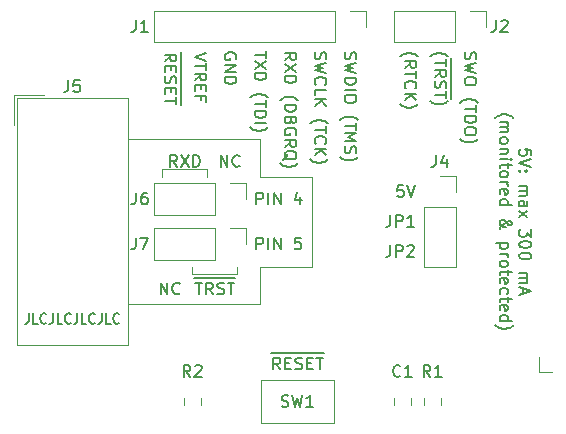
<source format=gbr>
G04 #@! TF.GenerationSoftware,KiCad,Pcbnew,5.1.4-e60b266~84~ubuntu19.04.1*
G04 #@! TF.CreationDate,2019-09-18T22:19:55+02:00*
G04 #@! TF.ProjectId,jlink-tagConnect-adapter,6a6c696e-6b2d-4746-9167-436f6e6e6563,rev?*
G04 #@! TF.SameCoordinates,Original*
G04 #@! TF.FileFunction,Legend,Top*
G04 #@! TF.FilePolarity,Positive*
%FSLAX46Y46*%
G04 Gerber Fmt 4.6, Leading zero omitted, Abs format (unit mm)*
G04 Created by KiCad (PCBNEW 5.1.4-e60b266~84~ubuntu19.04.1) date 2019-09-18 22:19:55*
%MOMM*%
%LPD*%
G04 APERTURE LIST*
%ADD10C,0.150000*%
%ADD11C,0.120000*%
G04 APERTURE END LIST*
D10*
X139294619Y-92551952D02*
X139294619Y-92075761D01*
X138818428Y-92028142D01*
X138866047Y-92075761D01*
X138913666Y-92171000D01*
X138913666Y-92409095D01*
X138866047Y-92504333D01*
X138818428Y-92551952D01*
X138723190Y-92599571D01*
X138485095Y-92599571D01*
X138389857Y-92551952D01*
X138342238Y-92504333D01*
X138294619Y-92409095D01*
X138294619Y-92171000D01*
X138342238Y-92075761D01*
X138389857Y-92028142D01*
X139294619Y-92885285D02*
X138294619Y-93218619D01*
X139294619Y-93551952D01*
X138389857Y-93885285D02*
X138342238Y-93932904D01*
X138294619Y-93885285D01*
X138342238Y-93837666D01*
X138389857Y-93885285D01*
X138294619Y-93885285D01*
X138913666Y-93885285D02*
X138866047Y-93932904D01*
X138818428Y-93885285D01*
X138866047Y-93837666D01*
X138913666Y-93885285D01*
X138818428Y-93885285D01*
X138294619Y-95123380D02*
X138961285Y-95123380D01*
X138866047Y-95123380D02*
X138913666Y-95171000D01*
X138961285Y-95266238D01*
X138961285Y-95409095D01*
X138913666Y-95504333D01*
X138818428Y-95551952D01*
X138294619Y-95551952D01*
X138818428Y-95551952D02*
X138913666Y-95599571D01*
X138961285Y-95694809D01*
X138961285Y-95837666D01*
X138913666Y-95932904D01*
X138818428Y-95980523D01*
X138294619Y-95980523D01*
X138294619Y-96885285D02*
X138818428Y-96885285D01*
X138913666Y-96837666D01*
X138961285Y-96742428D01*
X138961285Y-96551952D01*
X138913666Y-96456714D01*
X138342238Y-96885285D02*
X138294619Y-96790047D01*
X138294619Y-96551952D01*
X138342238Y-96456714D01*
X138437476Y-96409095D01*
X138532714Y-96409095D01*
X138627952Y-96456714D01*
X138675571Y-96551952D01*
X138675571Y-96790047D01*
X138723190Y-96885285D01*
X138294619Y-97266238D02*
X138961285Y-97790047D01*
X138961285Y-97266238D02*
X138294619Y-97790047D01*
X139294619Y-98837666D02*
X139294619Y-99456714D01*
X138913666Y-99123380D01*
X138913666Y-99266238D01*
X138866047Y-99361476D01*
X138818428Y-99409095D01*
X138723190Y-99456714D01*
X138485095Y-99456714D01*
X138389857Y-99409095D01*
X138342238Y-99361476D01*
X138294619Y-99266238D01*
X138294619Y-98980523D01*
X138342238Y-98885285D01*
X138389857Y-98837666D01*
X139294619Y-100075761D02*
X139294619Y-100171000D01*
X139247000Y-100266238D01*
X139199380Y-100313857D01*
X139104142Y-100361476D01*
X138913666Y-100409095D01*
X138675571Y-100409095D01*
X138485095Y-100361476D01*
X138389857Y-100313857D01*
X138342238Y-100266238D01*
X138294619Y-100171000D01*
X138294619Y-100075761D01*
X138342238Y-99980523D01*
X138389857Y-99932904D01*
X138485095Y-99885285D01*
X138675571Y-99837666D01*
X138913666Y-99837666D01*
X139104142Y-99885285D01*
X139199380Y-99932904D01*
X139247000Y-99980523D01*
X139294619Y-100075761D01*
X139294619Y-101028142D02*
X139294619Y-101123380D01*
X139247000Y-101218619D01*
X139199380Y-101266238D01*
X139104142Y-101313857D01*
X138913666Y-101361476D01*
X138675571Y-101361476D01*
X138485095Y-101313857D01*
X138389857Y-101266238D01*
X138342238Y-101218619D01*
X138294619Y-101123380D01*
X138294619Y-101028142D01*
X138342238Y-100932904D01*
X138389857Y-100885285D01*
X138485095Y-100837666D01*
X138675571Y-100790047D01*
X138913666Y-100790047D01*
X139104142Y-100837666D01*
X139199380Y-100885285D01*
X139247000Y-100932904D01*
X139294619Y-101028142D01*
X138294619Y-102551952D02*
X138961285Y-102551952D01*
X138866047Y-102551952D02*
X138913666Y-102599571D01*
X138961285Y-102694809D01*
X138961285Y-102837666D01*
X138913666Y-102932904D01*
X138818428Y-102980523D01*
X138294619Y-102980523D01*
X138818428Y-102980523D02*
X138913666Y-103028142D01*
X138961285Y-103123380D01*
X138961285Y-103266238D01*
X138913666Y-103361476D01*
X138818428Y-103409095D01*
X138294619Y-103409095D01*
X138580333Y-103837666D02*
X138580333Y-104313857D01*
X138294619Y-103742428D02*
X139294619Y-104075761D01*
X138294619Y-104409095D01*
X136263666Y-89385285D02*
X136311285Y-89337666D01*
X136454142Y-89242428D01*
X136549380Y-89194809D01*
X136692238Y-89147190D01*
X136930333Y-89099571D01*
X137120809Y-89099571D01*
X137358904Y-89147190D01*
X137501761Y-89194809D01*
X137597000Y-89242428D01*
X137739857Y-89337666D01*
X137787476Y-89385285D01*
X136644619Y-89766238D02*
X137311285Y-89766238D01*
X137216047Y-89766238D02*
X137263666Y-89813857D01*
X137311285Y-89909095D01*
X137311285Y-90051952D01*
X137263666Y-90147190D01*
X137168428Y-90194809D01*
X136644619Y-90194809D01*
X137168428Y-90194809D02*
X137263666Y-90242428D01*
X137311285Y-90337666D01*
X137311285Y-90480523D01*
X137263666Y-90575761D01*
X137168428Y-90623380D01*
X136644619Y-90623380D01*
X136644619Y-91242428D02*
X136692238Y-91147190D01*
X136739857Y-91099571D01*
X136835095Y-91051952D01*
X137120809Y-91051952D01*
X137216047Y-91099571D01*
X137263666Y-91147190D01*
X137311285Y-91242428D01*
X137311285Y-91385285D01*
X137263666Y-91480523D01*
X137216047Y-91528142D01*
X137120809Y-91575761D01*
X136835095Y-91575761D01*
X136739857Y-91528142D01*
X136692238Y-91480523D01*
X136644619Y-91385285D01*
X136644619Y-91242428D01*
X137311285Y-92004333D02*
X136644619Y-92004333D01*
X137216047Y-92004333D02*
X137263666Y-92051952D01*
X137311285Y-92147190D01*
X137311285Y-92290047D01*
X137263666Y-92385285D01*
X137168428Y-92432904D01*
X136644619Y-92432904D01*
X136644619Y-92909095D02*
X137311285Y-92909095D01*
X137644619Y-92909095D02*
X137597000Y-92861476D01*
X137549380Y-92909095D01*
X137597000Y-92956714D01*
X137644619Y-92909095D01*
X137549380Y-92909095D01*
X137311285Y-93242428D02*
X137311285Y-93623380D01*
X137644619Y-93385285D02*
X136787476Y-93385285D01*
X136692238Y-93432904D01*
X136644619Y-93528142D01*
X136644619Y-93623380D01*
X136644619Y-94099571D02*
X136692238Y-94004333D01*
X136739857Y-93956714D01*
X136835095Y-93909095D01*
X137120809Y-93909095D01*
X137216047Y-93956714D01*
X137263666Y-94004333D01*
X137311285Y-94099571D01*
X137311285Y-94242428D01*
X137263666Y-94337666D01*
X137216047Y-94385285D01*
X137120809Y-94432904D01*
X136835095Y-94432904D01*
X136739857Y-94385285D01*
X136692238Y-94337666D01*
X136644619Y-94242428D01*
X136644619Y-94099571D01*
X136644619Y-94861476D02*
X137311285Y-94861476D01*
X137120809Y-94861476D02*
X137216047Y-94909095D01*
X137263666Y-94956714D01*
X137311285Y-95051952D01*
X137311285Y-95147190D01*
X136692238Y-95861476D02*
X136644619Y-95766238D01*
X136644619Y-95575761D01*
X136692238Y-95480523D01*
X136787476Y-95432904D01*
X137168428Y-95432904D01*
X137263666Y-95480523D01*
X137311285Y-95575761D01*
X137311285Y-95766238D01*
X137263666Y-95861476D01*
X137168428Y-95909095D01*
X137073190Y-95909095D01*
X136977952Y-95432904D01*
X136644619Y-96766238D02*
X137644619Y-96766238D01*
X136692238Y-96766238D02*
X136644619Y-96671000D01*
X136644619Y-96480523D01*
X136692238Y-96385285D01*
X136739857Y-96337666D01*
X136835095Y-96290047D01*
X137120809Y-96290047D01*
X137216047Y-96337666D01*
X137263666Y-96385285D01*
X137311285Y-96480523D01*
X137311285Y-96671000D01*
X137263666Y-96766238D01*
X136644619Y-98813857D02*
X136644619Y-98766238D01*
X136692238Y-98671000D01*
X136835095Y-98528142D01*
X137120809Y-98290047D01*
X137263666Y-98194809D01*
X137406523Y-98147190D01*
X137501761Y-98147190D01*
X137597000Y-98194809D01*
X137644619Y-98290047D01*
X137644619Y-98337666D01*
X137597000Y-98432904D01*
X137501761Y-98480523D01*
X137454142Y-98480523D01*
X137358904Y-98432904D01*
X137311285Y-98385285D01*
X137120809Y-98099571D01*
X137073190Y-98051952D01*
X136977952Y-98004333D01*
X136835095Y-98004333D01*
X136739857Y-98051952D01*
X136692238Y-98099571D01*
X136644619Y-98194809D01*
X136644619Y-98337666D01*
X136692238Y-98432904D01*
X136739857Y-98480523D01*
X136930333Y-98623380D01*
X137073190Y-98671000D01*
X137168428Y-98671000D01*
X137311285Y-100004333D02*
X136311285Y-100004333D01*
X137263666Y-100004333D02*
X137311285Y-100099571D01*
X137311285Y-100290047D01*
X137263666Y-100385285D01*
X137216047Y-100432904D01*
X137120809Y-100480523D01*
X136835095Y-100480523D01*
X136739857Y-100432904D01*
X136692238Y-100385285D01*
X136644619Y-100290047D01*
X136644619Y-100099571D01*
X136692238Y-100004333D01*
X136644619Y-100909095D02*
X137311285Y-100909095D01*
X137120809Y-100909095D02*
X137216047Y-100956714D01*
X137263666Y-101004333D01*
X137311285Y-101099571D01*
X137311285Y-101194809D01*
X136644619Y-101671000D02*
X136692238Y-101575761D01*
X136739857Y-101528142D01*
X136835095Y-101480523D01*
X137120809Y-101480523D01*
X137216047Y-101528142D01*
X137263666Y-101575761D01*
X137311285Y-101671000D01*
X137311285Y-101813857D01*
X137263666Y-101909095D01*
X137216047Y-101956714D01*
X137120809Y-102004333D01*
X136835095Y-102004333D01*
X136739857Y-101956714D01*
X136692238Y-101909095D01*
X136644619Y-101813857D01*
X136644619Y-101671000D01*
X137311285Y-102290047D02*
X137311285Y-102671000D01*
X137644619Y-102432904D02*
X136787476Y-102432904D01*
X136692238Y-102480523D01*
X136644619Y-102575761D01*
X136644619Y-102671000D01*
X136692238Y-103385285D02*
X136644619Y-103290047D01*
X136644619Y-103099571D01*
X136692238Y-103004333D01*
X136787476Y-102956714D01*
X137168428Y-102956714D01*
X137263666Y-103004333D01*
X137311285Y-103099571D01*
X137311285Y-103290047D01*
X137263666Y-103385285D01*
X137168428Y-103432904D01*
X137073190Y-103432904D01*
X136977952Y-102956714D01*
X136692238Y-104290047D02*
X136644619Y-104194809D01*
X136644619Y-104004333D01*
X136692238Y-103909095D01*
X136739857Y-103861476D01*
X136835095Y-103813857D01*
X137120809Y-103813857D01*
X137216047Y-103861476D01*
X137263666Y-103909095D01*
X137311285Y-104004333D01*
X137311285Y-104194809D01*
X137263666Y-104290047D01*
X137311285Y-104575761D02*
X137311285Y-104956714D01*
X137644619Y-104718619D02*
X136787476Y-104718619D01*
X136692238Y-104766238D01*
X136644619Y-104861476D01*
X136644619Y-104956714D01*
X136692238Y-105671000D02*
X136644619Y-105575761D01*
X136644619Y-105385285D01*
X136692238Y-105290047D01*
X136787476Y-105242428D01*
X137168428Y-105242428D01*
X137263666Y-105290047D01*
X137311285Y-105385285D01*
X137311285Y-105575761D01*
X137263666Y-105671000D01*
X137168428Y-105718619D01*
X137073190Y-105718619D01*
X136977952Y-105242428D01*
X136644619Y-106575761D02*
X137644619Y-106575761D01*
X136692238Y-106575761D02*
X136644619Y-106480523D01*
X136644619Y-106290047D01*
X136692238Y-106194809D01*
X136739857Y-106147190D01*
X136835095Y-106099571D01*
X137120809Y-106099571D01*
X137216047Y-106147190D01*
X137263666Y-106194809D01*
X137311285Y-106290047D01*
X137311285Y-106480523D01*
X137263666Y-106575761D01*
X136263666Y-106956714D02*
X136311285Y-107004333D01*
X136454142Y-107099571D01*
X136549380Y-107147190D01*
X136692238Y-107194809D01*
X136930333Y-107242428D01*
X137120809Y-107242428D01*
X137358904Y-107194809D01*
X137501761Y-107147190D01*
X137597000Y-107099571D01*
X137739857Y-107004333D01*
X137787476Y-106956714D01*
X111799619Y-83885642D02*
X110799619Y-84218976D01*
X111799619Y-84552309D01*
X111799619Y-84742785D02*
X111799619Y-85314214D01*
X110799619Y-85028500D02*
X111799619Y-85028500D01*
X110799619Y-86218976D02*
X111275809Y-85885642D01*
X110799619Y-85647547D02*
X111799619Y-85647547D01*
X111799619Y-86028500D01*
X111752000Y-86123738D01*
X111704380Y-86171357D01*
X111609142Y-86218976D01*
X111466285Y-86218976D01*
X111371047Y-86171357D01*
X111323428Y-86123738D01*
X111275809Y-86028500D01*
X111275809Y-85647547D01*
X111323428Y-86647547D02*
X111323428Y-86980880D01*
X110799619Y-87123738D02*
X110799619Y-86647547D01*
X111799619Y-86647547D01*
X111799619Y-87123738D01*
X111323428Y-87885642D02*
X111323428Y-87552309D01*
X110799619Y-87552309D02*
X111799619Y-87552309D01*
X111799619Y-88028500D01*
D11*
X116332000Y-105156000D02*
X115697000Y-105156000D01*
X116332000Y-101981000D02*
X116332000Y-105156000D01*
X120777000Y-101981000D02*
X116332000Y-101981000D01*
X116332000Y-94361000D02*
X120777000Y-94361000D01*
X116332000Y-91186000D02*
X116332000Y-94361000D01*
X115697000Y-91186000D02*
X116332000Y-91186000D01*
X115697000Y-105156000D02*
X105156000Y-105156000D01*
X115697000Y-91186000D02*
X105156000Y-91186000D01*
X120777000Y-101346000D02*
X120777000Y-101981000D01*
X120777000Y-101346000D02*
X120777000Y-94361000D01*
D10*
X96761761Y-105933142D02*
X96761761Y-106576000D01*
X96723666Y-106704571D01*
X96647476Y-106790285D01*
X96533190Y-106833142D01*
X96457000Y-106833142D01*
X97523666Y-106833142D02*
X97142714Y-106833142D01*
X97142714Y-105933142D01*
X98247476Y-106747428D02*
X98209380Y-106790285D01*
X98095095Y-106833142D01*
X98018904Y-106833142D01*
X97904619Y-106790285D01*
X97828428Y-106704571D01*
X97790333Y-106618857D01*
X97752238Y-106447428D01*
X97752238Y-106318857D01*
X97790333Y-106147428D01*
X97828428Y-106061714D01*
X97904619Y-105976000D01*
X98018904Y-105933142D01*
X98095095Y-105933142D01*
X98209380Y-105976000D01*
X98247476Y-106018857D01*
X98818904Y-105933142D02*
X98818904Y-106576000D01*
X98780809Y-106704571D01*
X98704619Y-106790285D01*
X98590333Y-106833142D01*
X98514142Y-106833142D01*
X99580809Y-106833142D02*
X99199857Y-106833142D01*
X99199857Y-105933142D01*
X100304619Y-106747428D02*
X100266523Y-106790285D01*
X100152238Y-106833142D01*
X100076047Y-106833142D01*
X99961761Y-106790285D01*
X99885571Y-106704571D01*
X99847476Y-106618857D01*
X99809380Y-106447428D01*
X99809380Y-106318857D01*
X99847476Y-106147428D01*
X99885571Y-106061714D01*
X99961761Y-105976000D01*
X100076047Y-105933142D01*
X100152238Y-105933142D01*
X100266523Y-105976000D01*
X100304619Y-106018857D01*
X100876047Y-105933142D02*
X100876047Y-106576000D01*
X100837952Y-106704571D01*
X100761761Y-106790285D01*
X100647476Y-106833142D01*
X100571285Y-106833142D01*
X101637952Y-106833142D02*
X101257000Y-106833142D01*
X101257000Y-105933142D01*
X102361761Y-106747428D02*
X102323666Y-106790285D01*
X102209380Y-106833142D01*
X102133190Y-106833142D01*
X102018904Y-106790285D01*
X101942714Y-106704571D01*
X101904619Y-106618857D01*
X101866523Y-106447428D01*
X101866523Y-106318857D01*
X101904619Y-106147428D01*
X101942714Y-106061714D01*
X102018904Y-105976000D01*
X102133190Y-105933142D01*
X102209380Y-105933142D01*
X102323666Y-105976000D01*
X102361761Y-106018857D01*
X102933190Y-105933142D02*
X102933190Y-106576000D01*
X102895095Y-106704571D01*
X102818904Y-106790285D01*
X102704619Y-106833142D01*
X102628428Y-106833142D01*
X103695095Y-106833142D02*
X103314142Y-106833142D01*
X103314142Y-105933142D01*
X104418904Y-106747428D02*
X104380809Y-106790285D01*
X104266523Y-106833142D01*
X104190333Y-106833142D01*
X104076047Y-106790285D01*
X103999857Y-106704571D01*
X103961761Y-106618857D01*
X103923666Y-106447428D01*
X103923666Y-106318857D01*
X103961761Y-106147428D01*
X103999857Y-106061714D01*
X104076047Y-105976000D01*
X104190333Y-105933142D01*
X104266523Y-105933142D01*
X104380809Y-105976000D01*
X104418904Y-106018857D01*
X110783904Y-102971000D02*
X111545809Y-102971000D01*
X110879142Y-103338380D02*
X111450571Y-103338380D01*
X111164857Y-104338380D02*
X111164857Y-103338380D01*
X111545809Y-102971000D02*
X112545809Y-102971000D01*
X112355333Y-104338380D02*
X112022000Y-103862190D01*
X111783904Y-104338380D02*
X111783904Y-103338380D01*
X112164857Y-103338380D01*
X112260095Y-103386000D01*
X112307714Y-103433619D01*
X112355333Y-103528857D01*
X112355333Y-103671714D01*
X112307714Y-103766952D01*
X112260095Y-103814571D01*
X112164857Y-103862190D01*
X111783904Y-103862190D01*
X112545809Y-102971000D02*
X113498190Y-102971000D01*
X112736285Y-104290761D02*
X112879142Y-104338380D01*
X113117238Y-104338380D01*
X113212476Y-104290761D01*
X113260095Y-104243142D01*
X113307714Y-104147904D01*
X113307714Y-104052666D01*
X113260095Y-103957428D01*
X113212476Y-103909809D01*
X113117238Y-103862190D01*
X112926761Y-103814571D01*
X112831523Y-103766952D01*
X112783904Y-103719333D01*
X112736285Y-103624095D01*
X112736285Y-103528857D01*
X112783904Y-103433619D01*
X112831523Y-103386000D01*
X112926761Y-103338380D01*
X113164857Y-103338380D01*
X113307714Y-103386000D01*
X113498190Y-102971000D02*
X114260095Y-102971000D01*
X113593428Y-103338380D02*
X114164857Y-103338380D01*
X113879142Y-104338380D02*
X113879142Y-103338380D01*
X107926285Y-104338380D02*
X107926285Y-103338380D01*
X108497714Y-104338380D01*
X108497714Y-103338380D01*
X109545333Y-104243142D02*
X109497714Y-104290761D01*
X109354857Y-104338380D01*
X109259619Y-104338380D01*
X109116761Y-104290761D01*
X109021523Y-104195523D01*
X108973904Y-104100285D01*
X108926285Y-103909809D01*
X108926285Y-103766952D01*
X108973904Y-103576476D01*
X109021523Y-103481238D01*
X109116761Y-103386000D01*
X109259619Y-103338380D01*
X109354857Y-103338380D01*
X109497714Y-103386000D01*
X109545333Y-103433619D01*
X113006285Y-93543380D02*
X113006285Y-92543380D01*
X113577714Y-93543380D01*
X113577714Y-92543380D01*
X114625333Y-93448142D02*
X114577714Y-93495761D01*
X114434857Y-93543380D01*
X114339619Y-93543380D01*
X114196761Y-93495761D01*
X114101523Y-93400523D01*
X114053904Y-93305285D01*
X114006285Y-93114809D01*
X114006285Y-92971952D01*
X114053904Y-92781476D01*
X114101523Y-92686238D01*
X114196761Y-92591000D01*
X114339619Y-92543380D01*
X114434857Y-92543380D01*
X114577714Y-92591000D01*
X114625333Y-92638619D01*
X116032595Y-100528380D02*
X116032595Y-99528380D01*
X116413547Y-99528380D01*
X116508785Y-99576000D01*
X116556404Y-99623619D01*
X116604023Y-99718857D01*
X116604023Y-99861714D01*
X116556404Y-99956952D01*
X116508785Y-100004571D01*
X116413547Y-100052190D01*
X116032595Y-100052190D01*
X117032595Y-100528380D02*
X117032595Y-99528380D01*
X117508785Y-100528380D02*
X117508785Y-99528380D01*
X118080214Y-100528380D01*
X118080214Y-99528380D01*
X119794500Y-99528380D02*
X119318309Y-99528380D01*
X119270690Y-100004571D01*
X119318309Y-99956952D01*
X119413547Y-99909333D01*
X119651642Y-99909333D01*
X119746880Y-99956952D01*
X119794500Y-100004571D01*
X119842119Y-100099809D01*
X119842119Y-100337904D01*
X119794500Y-100433142D01*
X119746880Y-100480761D01*
X119651642Y-100528380D01*
X119413547Y-100528380D01*
X119318309Y-100480761D01*
X119270690Y-100433142D01*
D11*
X114427000Y-102616000D02*
X114427000Y-101981000D01*
X110617000Y-102616000D02*
X114427000Y-102616000D01*
X110617000Y-101981000D02*
X110617000Y-102616000D01*
X108077000Y-93726000D02*
X108077000Y-94361000D01*
X111887000Y-93726000D02*
X111887000Y-94361000D01*
X108077000Y-93726000D02*
X111887000Y-93726000D01*
D10*
X109315333Y-93543380D02*
X108982000Y-93067190D01*
X108743904Y-93543380D02*
X108743904Y-92543380D01*
X109124857Y-92543380D01*
X109220095Y-92591000D01*
X109267714Y-92638619D01*
X109315333Y-92733857D01*
X109315333Y-92876714D01*
X109267714Y-92971952D01*
X109220095Y-93019571D01*
X109124857Y-93067190D01*
X108743904Y-93067190D01*
X109648666Y-92543380D02*
X110315333Y-93543380D01*
X110315333Y-92543380D02*
X109648666Y-93543380D01*
X110696285Y-93543380D02*
X110696285Y-92543380D01*
X110934380Y-92543380D01*
X111077238Y-92591000D01*
X111172476Y-92686238D01*
X111220095Y-92781476D01*
X111267714Y-92971952D01*
X111267714Y-93114809D01*
X111220095Y-93305285D01*
X111172476Y-93400523D01*
X111077238Y-93495761D01*
X110934380Y-93543380D01*
X110696285Y-93543380D01*
X116032595Y-96718380D02*
X116032595Y-95718380D01*
X116413547Y-95718380D01*
X116508785Y-95766000D01*
X116556404Y-95813619D01*
X116604023Y-95908857D01*
X116604023Y-96051714D01*
X116556404Y-96146952D01*
X116508785Y-96194571D01*
X116413547Y-96242190D01*
X116032595Y-96242190D01*
X117032595Y-96718380D02*
X117032595Y-95718380D01*
X117508785Y-96718380D02*
X117508785Y-95718380D01*
X118080214Y-96718380D01*
X118080214Y-95718380D01*
X119746880Y-96051714D02*
X119746880Y-96718380D01*
X119508785Y-95670761D02*
X119270690Y-96385047D01*
X119889738Y-96385047D01*
X117245095Y-109321000D02*
X118245095Y-109321000D01*
X118054619Y-110688380D02*
X117721285Y-110212190D01*
X117483190Y-110688380D02*
X117483190Y-109688380D01*
X117864142Y-109688380D01*
X117959380Y-109736000D01*
X118007000Y-109783619D01*
X118054619Y-109878857D01*
X118054619Y-110021714D01*
X118007000Y-110116952D01*
X117959380Y-110164571D01*
X117864142Y-110212190D01*
X117483190Y-110212190D01*
X118245095Y-109321000D02*
X119149857Y-109321000D01*
X118483190Y-110164571D02*
X118816523Y-110164571D01*
X118959380Y-110688380D02*
X118483190Y-110688380D01*
X118483190Y-109688380D01*
X118959380Y-109688380D01*
X119149857Y-109321000D02*
X120102238Y-109321000D01*
X119340333Y-110640761D02*
X119483190Y-110688380D01*
X119721285Y-110688380D01*
X119816523Y-110640761D01*
X119864142Y-110593142D01*
X119911761Y-110497904D01*
X119911761Y-110402666D01*
X119864142Y-110307428D01*
X119816523Y-110259809D01*
X119721285Y-110212190D01*
X119530809Y-110164571D01*
X119435571Y-110116952D01*
X119387952Y-110069333D01*
X119340333Y-109974095D01*
X119340333Y-109878857D01*
X119387952Y-109783619D01*
X119435571Y-109736000D01*
X119530809Y-109688380D01*
X119768904Y-109688380D01*
X119911761Y-109736000D01*
X120102238Y-109321000D02*
X121007000Y-109321000D01*
X120340333Y-110164571D02*
X120673666Y-110164571D01*
X120816523Y-110688380D02*
X120340333Y-110688380D01*
X120340333Y-109688380D01*
X120816523Y-109688380D01*
X121007000Y-109321000D02*
X121768904Y-109321000D01*
X121102238Y-109688380D02*
X121673666Y-109688380D01*
X121387952Y-110688380D02*
X121387952Y-109688380D01*
X109627000Y-83790404D02*
X109627000Y-84790404D01*
X108259619Y-84599928D02*
X108735809Y-84266595D01*
X108259619Y-84028500D02*
X109259619Y-84028500D01*
X109259619Y-84409452D01*
X109212000Y-84504690D01*
X109164380Y-84552309D01*
X109069142Y-84599928D01*
X108926285Y-84599928D01*
X108831047Y-84552309D01*
X108783428Y-84504690D01*
X108735809Y-84409452D01*
X108735809Y-84028500D01*
X109627000Y-84790404D02*
X109627000Y-85695166D01*
X108783428Y-85028500D02*
X108783428Y-85361833D01*
X108259619Y-85504690D02*
X108259619Y-85028500D01*
X109259619Y-85028500D01*
X109259619Y-85504690D01*
X109627000Y-85695166D02*
X109627000Y-86647547D01*
X108307238Y-85885642D02*
X108259619Y-86028500D01*
X108259619Y-86266595D01*
X108307238Y-86361833D01*
X108354857Y-86409452D01*
X108450095Y-86457071D01*
X108545333Y-86457071D01*
X108640571Y-86409452D01*
X108688190Y-86361833D01*
X108735809Y-86266595D01*
X108783428Y-86076119D01*
X108831047Y-85980880D01*
X108878666Y-85933261D01*
X108973904Y-85885642D01*
X109069142Y-85885642D01*
X109164380Y-85933261D01*
X109212000Y-85980880D01*
X109259619Y-86076119D01*
X109259619Y-86314214D01*
X109212000Y-86457071D01*
X109627000Y-86647547D02*
X109627000Y-87552309D01*
X108783428Y-86885642D02*
X108783428Y-87218976D01*
X108259619Y-87361833D02*
X108259619Y-86885642D01*
X109259619Y-86885642D01*
X109259619Y-87361833D01*
X109627000Y-87552309D02*
X109627000Y-88314214D01*
X109259619Y-87647547D02*
X109259619Y-88218976D01*
X108259619Y-87933261D02*
X109259619Y-87933261D01*
X114292000Y-84425404D02*
X114339619Y-84330166D01*
X114339619Y-84187309D01*
X114292000Y-84044452D01*
X114196761Y-83949214D01*
X114101523Y-83901595D01*
X113911047Y-83853976D01*
X113768190Y-83853976D01*
X113577714Y-83901595D01*
X113482476Y-83949214D01*
X113387238Y-84044452D01*
X113339619Y-84187309D01*
X113339619Y-84282547D01*
X113387238Y-84425404D01*
X113434857Y-84473023D01*
X113768190Y-84473023D01*
X113768190Y-84282547D01*
X113339619Y-84901595D02*
X114339619Y-84901595D01*
X113339619Y-85473023D01*
X114339619Y-85473023D01*
X113339619Y-85949214D02*
X114339619Y-85949214D01*
X114339619Y-86187309D01*
X114292000Y-86330166D01*
X114196761Y-86425404D01*
X114101523Y-86473023D01*
X113911047Y-86520642D01*
X113768190Y-86520642D01*
X113577714Y-86473023D01*
X113482476Y-86425404D01*
X113387238Y-86330166D01*
X113339619Y-86187309D01*
X113339619Y-85949214D01*
X116879619Y-83758738D02*
X116879619Y-84330166D01*
X115879619Y-84044452D02*
X116879619Y-84044452D01*
X116879619Y-84568261D02*
X115879619Y-85234928D01*
X116879619Y-85234928D02*
X115879619Y-84568261D01*
X115879619Y-85615880D02*
X116879619Y-85615880D01*
X116879619Y-85853976D01*
X116832000Y-85996833D01*
X116736761Y-86092071D01*
X116641523Y-86139690D01*
X116451047Y-86187309D01*
X116308190Y-86187309D01*
X116117714Y-86139690D01*
X116022476Y-86092071D01*
X115927238Y-85996833D01*
X115879619Y-85853976D01*
X115879619Y-85615880D01*
X115498666Y-87663500D02*
X115546285Y-87615880D01*
X115689142Y-87520642D01*
X115784380Y-87473023D01*
X115927238Y-87425404D01*
X116165333Y-87377785D01*
X116355809Y-87377785D01*
X116593904Y-87425404D01*
X116736761Y-87473023D01*
X116832000Y-87520642D01*
X116974857Y-87615880D01*
X117022476Y-87663500D01*
X116879619Y-87901595D02*
X116879619Y-88473023D01*
X115879619Y-88187309D02*
X116879619Y-88187309D01*
X115879619Y-88806357D02*
X116879619Y-88806357D01*
X116879619Y-89044452D01*
X116832000Y-89187309D01*
X116736761Y-89282547D01*
X116641523Y-89330166D01*
X116451047Y-89377785D01*
X116308190Y-89377785D01*
X116117714Y-89330166D01*
X116022476Y-89282547D01*
X115927238Y-89187309D01*
X115879619Y-89044452D01*
X115879619Y-88806357D01*
X115879619Y-89806357D02*
X116879619Y-89806357D01*
X115498666Y-90187309D02*
X115546285Y-90234928D01*
X115689142Y-90330166D01*
X115784380Y-90377785D01*
X115927238Y-90425404D01*
X116165333Y-90473023D01*
X116355809Y-90473023D01*
X116593904Y-90425404D01*
X116736761Y-90377785D01*
X116832000Y-90330166D01*
X116974857Y-90234928D01*
X117022476Y-90187309D01*
X128198666Y-84187309D02*
X128246285Y-84139690D01*
X128389142Y-84044452D01*
X128484380Y-83996833D01*
X128627238Y-83949214D01*
X128865333Y-83901595D01*
X129055809Y-83901595D01*
X129293904Y-83949214D01*
X129436761Y-83996833D01*
X129532000Y-84044452D01*
X129674857Y-84139690D01*
X129722476Y-84187309D01*
X128579619Y-85139690D02*
X129055809Y-84806357D01*
X128579619Y-84568261D02*
X129579619Y-84568261D01*
X129579619Y-84949214D01*
X129532000Y-85044452D01*
X129484380Y-85092071D01*
X129389142Y-85139690D01*
X129246285Y-85139690D01*
X129151047Y-85092071D01*
X129103428Y-85044452D01*
X129055809Y-84949214D01*
X129055809Y-84568261D01*
X129579619Y-85425404D02*
X129579619Y-85996833D01*
X128579619Y-85711119D02*
X129579619Y-85711119D01*
X128674857Y-86901595D02*
X128627238Y-86853976D01*
X128579619Y-86711119D01*
X128579619Y-86615880D01*
X128627238Y-86473023D01*
X128722476Y-86377785D01*
X128817714Y-86330166D01*
X129008190Y-86282547D01*
X129151047Y-86282547D01*
X129341523Y-86330166D01*
X129436761Y-86377785D01*
X129532000Y-86473023D01*
X129579619Y-86615880D01*
X129579619Y-86711119D01*
X129532000Y-86853976D01*
X129484380Y-86901595D01*
X128579619Y-87330166D02*
X129579619Y-87330166D01*
X128579619Y-87901595D02*
X129151047Y-87473023D01*
X129579619Y-87901595D02*
X129008190Y-87330166D01*
X128198666Y-88234928D02*
X128246285Y-88282547D01*
X128389142Y-88377785D01*
X128484380Y-88425404D01*
X128627238Y-88473023D01*
X128865333Y-88520642D01*
X129055809Y-88520642D01*
X129293904Y-88473023D01*
X129436761Y-88425404D01*
X129532000Y-88377785D01*
X129674857Y-88282547D01*
X129722476Y-88234928D01*
X130738666Y-84187309D02*
X130786285Y-84139690D01*
X130929142Y-84044452D01*
X131024380Y-83996833D01*
X131167238Y-83949214D01*
X131405333Y-83901595D01*
X131595809Y-83901595D01*
X131833904Y-83949214D01*
X131976761Y-83996833D01*
X132072000Y-84044452D01*
X132214857Y-84139690D01*
X132262476Y-84187309D01*
X132487000Y-84330166D02*
X132487000Y-85092071D01*
X132119619Y-84425404D02*
X132119619Y-84996833D01*
X131119619Y-84711119D02*
X132119619Y-84711119D01*
X132487000Y-85092071D02*
X132487000Y-86092071D01*
X131119619Y-85901595D02*
X131595809Y-85568261D01*
X131119619Y-85330166D02*
X132119619Y-85330166D01*
X132119619Y-85711119D01*
X132072000Y-85806357D01*
X132024380Y-85853976D01*
X131929142Y-85901595D01*
X131786285Y-85901595D01*
X131691047Y-85853976D01*
X131643428Y-85806357D01*
X131595809Y-85711119D01*
X131595809Y-85330166D01*
X132487000Y-86092071D02*
X132487000Y-87044452D01*
X131167238Y-86282547D02*
X131119619Y-86425404D01*
X131119619Y-86663500D01*
X131167238Y-86758738D01*
X131214857Y-86806357D01*
X131310095Y-86853976D01*
X131405333Y-86853976D01*
X131500571Y-86806357D01*
X131548190Y-86758738D01*
X131595809Y-86663500D01*
X131643428Y-86473023D01*
X131691047Y-86377785D01*
X131738666Y-86330166D01*
X131833904Y-86282547D01*
X131929142Y-86282547D01*
X132024380Y-86330166D01*
X132072000Y-86377785D01*
X132119619Y-86473023D01*
X132119619Y-86711119D01*
X132072000Y-86853976D01*
X132487000Y-87044452D02*
X132487000Y-87806357D01*
X132119619Y-87139690D02*
X132119619Y-87711119D01*
X131119619Y-87425404D02*
X132119619Y-87425404D01*
X130738666Y-87949214D02*
X130786285Y-87996833D01*
X130929142Y-88092071D01*
X131024380Y-88139690D01*
X131167238Y-88187309D01*
X131405333Y-88234928D01*
X131595809Y-88234928D01*
X131833904Y-88187309D01*
X131976761Y-88139690D01*
X132072000Y-88092071D01*
X132214857Y-87996833D01*
X132262476Y-87949214D01*
X133707238Y-83853976D02*
X133659619Y-83996833D01*
X133659619Y-84234928D01*
X133707238Y-84330166D01*
X133754857Y-84377785D01*
X133850095Y-84425404D01*
X133945333Y-84425404D01*
X134040571Y-84377785D01*
X134088190Y-84330166D01*
X134135809Y-84234928D01*
X134183428Y-84044452D01*
X134231047Y-83949214D01*
X134278666Y-83901595D01*
X134373904Y-83853976D01*
X134469142Y-83853976D01*
X134564380Y-83901595D01*
X134612000Y-83949214D01*
X134659619Y-84044452D01*
X134659619Y-84282547D01*
X134612000Y-84425404D01*
X134659619Y-84758738D02*
X133659619Y-84996833D01*
X134373904Y-85187309D01*
X133659619Y-85377785D01*
X134659619Y-85615880D01*
X134659619Y-86187309D02*
X134659619Y-86377785D01*
X134612000Y-86473023D01*
X134516761Y-86568261D01*
X134326285Y-86615880D01*
X133992952Y-86615880D01*
X133802476Y-86568261D01*
X133707238Y-86473023D01*
X133659619Y-86377785D01*
X133659619Y-86187309D01*
X133707238Y-86092071D01*
X133802476Y-85996833D01*
X133992952Y-85949214D01*
X134326285Y-85949214D01*
X134516761Y-85996833D01*
X134612000Y-86092071D01*
X134659619Y-86187309D01*
X133278666Y-88092071D02*
X133326285Y-88044452D01*
X133469142Y-87949214D01*
X133564380Y-87901595D01*
X133707238Y-87853976D01*
X133945333Y-87806357D01*
X134135809Y-87806357D01*
X134373904Y-87853976D01*
X134516761Y-87901595D01*
X134612000Y-87949214D01*
X134754857Y-88044452D01*
X134802476Y-88092071D01*
X134659619Y-88330166D02*
X134659619Y-88901595D01*
X133659619Y-88615880D02*
X134659619Y-88615880D01*
X133659619Y-89234928D02*
X134659619Y-89234928D01*
X134659619Y-89473023D01*
X134612000Y-89615880D01*
X134516761Y-89711119D01*
X134421523Y-89758738D01*
X134231047Y-89806357D01*
X134088190Y-89806357D01*
X133897714Y-89758738D01*
X133802476Y-89711119D01*
X133707238Y-89615880D01*
X133659619Y-89473023D01*
X133659619Y-89234928D01*
X134659619Y-90425404D02*
X134659619Y-90615880D01*
X134612000Y-90711119D01*
X134516761Y-90806357D01*
X134326285Y-90853976D01*
X133992952Y-90853976D01*
X133802476Y-90806357D01*
X133707238Y-90711119D01*
X133659619Y-90615880D01*
X133659619Y-90425404D01*
X133707238Y-90330166D01*
X133802476Y-90234928D01*
X133992952Y-90187309D01*
X134326285Y-90187309D01*
X134516761Y-90234928D01*
X134612000Y-90330166D01*
X134659619Y-90425404D01*
X133278666Y-91187309D02*
X133326285Y-91234928D01*
X133469142Y-91330166D01*
X133564380Y-91377785D01*
X133707238Y-91425404D01*
X133945333Y-91473023D01*
X134135809Y-91473023D01*
X134373904Y-91425404D01*
X134516761Y-91377785D01*
X134612000Y-91330166D01*
X134754857Y-91234928D01*
X134802476Y-91187309D01*
X118419619Y-84473023D02*
X118895809Y-84139690D01*
X118419619Y-83901595D02*
X119419619Y-83901595D01*
X119419619Y-84282547D01*
X119372000Y-84377785D01*
X119324380Y-84425404D01*
X119229142Y-84473023D01*
X119086285Y-84473023D01*
X118991047Y-84425404D01*
X118943428Y-84377785D01*
X118895809Y-84282547D01*
X118895809Y-83901595D01*
X119419619Y-84806357D02*
X118419619Y-85473023D01*
X119419619Y-85473023D02*
X118419619Y-84806357D01*
X118419619Y-85853976D02*
X119419619Y-85853976D01*
X119419619Y-86092071D01*
X119372000Y-86234928D01*
X119276761Y-86330166D01*
X119181523Y-86377785D01*
X118991047Y-86425404D01*
X118848190Y-86425404D01*
X118657714Y-86377785D01*
X118562476Y-86330166D01*
X118467238Y-86234928D01*
X118419619Y-86092071D01*
X118419619Y-85853976D01*
X118038666Y-87901595D02*
X118086285Y-87853976D01*
X118229142Y-87758738D01*
X118324380Y-87711119D01*
X118467238Y-87663500D01*
X118705333Y-87615880D01*
X118895809Y-87615880D01*
X119133904Y-87663500D01*
X119276761Y-87711119D01*
X119372000Y-87758738D01*
X119514857Y-87853976D01*
X119562476Y-87901595D01*
X118419619Y-88282547D02*
X119419619Y-88282547D01*
X119419619Y-88520642D01*
X119372000Y-88663500D01*
X119276761Y-88758738D01*
X119181523Y-88806357D01*
X118991047Y-88853976D01*
X118848190Y-88853976D01*
X118657714Y-88806357D01*
X118562476Y-88758738D01*
X118467238Y-88663500D01*
X118419619Y-88520642D01*
X118419619Y-88282547D01*
X118943428Y-89615880D02*
X118895809Y-89758738D01*
X118848190Y-89806357D01*
X118752952Y-89853976D01*
X118610095Y-89853976D01*
X118514857Y-89806357D01*
X118467238Y-89758738D01*
X118419619Y-89663500D01*
X118419619Y-89282547D01*
X119419619Y-89282547D01*
X119419619Y-89615880D01*
X119372000Y-89711119D01*
X119324380Y-89758738D01*
X119229142Y-89806357D01*
X119133904Y-89806357D01*
X119038666Y-89758738D01*
X118991047Y-89711119D01*
X118943428Y-89615880D01*
X118943428Y-89282547D01*
X119372000Y-90806357D02*
X119419619Y-90711119D01*
X119419619Y-90568261D01*
X119372000Y-90425404D01*
X119276761Y-90330166D01*
X119181523Y-90282547D01*
X118991047Y-90234928D01*
X118848190Y-90234928D01*
X118657714Y-90282547D01*
X118562476Y-90330166D01*
X118467238Y-90425404D01*
X118419619Y-90568261D01*
X118419619Y-90663500D01*
X118467238Y-90806357D01*
X118514857Y-90853976D01*
X118848190Y-90853976D01*
X118848190Y-90663500D01*
X118419619Y-91853976D02*
X118895809Y-91520642D01*
X118419619Y-91282547D02*
X119419619Y-91282547D01*
X119419619Y-91663500D01*
X119372000Y-91758738D01*
X119324380Y-91806357D01*
X119229142Y-91853976D01*
X119086285Y-91853976D01*
X118991047Y-91806357D01*
X118943428Y-91758738D01*
X118895809Y-91663500D01*
X118895809Y-91282547D01*
X118324380Y-92949214D02*
X118372000Y-92853976D01*
X118467238Y-92758738D01*
X118610095Y-92615880D01*
X118657714Y-92520642D01*
X118657714Y-92425404D01*
X118419619Y-92473023D02*
X118467238Y-92377785D01*
X118562476Y-92282547D01*
X118752952Y-92234928D01*
X119086285Y-92234928D01*
X119276761Y-92282547D01*
X119372000Y-92377785D01*
X119419619Y-92473023D01*
X119419619Y-92663500D01*
X119372000Y-92758738D01*
X119276761Y-92853976D01*
X119086285Y-92901595D01*
X118752952Y-92901595D01*
X118562476Y-92853976D01*
X118467238Y-92758738D01*
X118419619Y-92663500D01*
X118419619Y-92473023D01*
X118038666Y-93234928D02*
X118086285Y-93282547D01*
X118229142Y-93377785D01*
X118324380Y-93425404D01*
X118467238Y-93473023D01*
X118705333Y-93520642D01*
X118895809Y-93520642D01*
X119133904Y-93473023D01*
X119276761Y-93425404D01*
X119372000Y-93377785D01*
X119514857Y-93282547D01*
X119562476Y-93234928D01*
X121007238Y-83853976D02*
X120959619Y-83996833D01*
X120959619Y-84234928D01*
X121007238Y-84330166D01*
X121054857Y-84377785D01*
X121150095Y-84425404D01*
X121245333Y-84425404D01*
X121340571Y-84377785D01*
X121388190Y-84330166D01*
X121435809Y-84234928D01*
X121483428Y-84044452D01*
X121531047Y-83949214D01*
X121578666Y-83901595D01*
X121673904Y-83853976D01*
X121769142Y-83853976D01*
X121864380Y-83901595D01*
X121912000Y-83949214D01*
X121959619Y-84044452D01*
X121959619Y-84282547D01*
X121912000Y-84425404D01*
X121959619Y-84758738D02*
X120959619Y-84996833D01*
X121673904Y-85187309D01*
X120959619Y-85377785D01*
X121959619Y-85615880D01*
X121054857Y-86568261D02*
X121007238Y-86520642D01*
X120959619Y-86377785D01*
X120959619Y-86282547D01*
X121007238Y-86139690D01*
X121102476Y-86044452D01*
X121197714Y-85996833D01*
X121388190Y-85949214D01*
X121531047Y-85949214D01*
X121721523Y-85996833D01*
X121816761Y-86044452D01*
X121912000Y-86139690D01*
X121959619Y-86282547D01*
X121959619Y-86377785D01*
X121912000Y-86520642D01*
X121864380Y-86568261D01*
X120959619Y-87473023D02*
X120959619Y-86996833D01*
X121959619Y-86996833D01*
X120959619Y-87806357D02*
X121959619Y-87806357D01*
X120959619Y-88377785D02*
X121531047Y-87949214D01*
X121959619Y-88377785D02*
X121388190Y-87806357D01*
X120578666Y-89853976D02*
X120626285Y-89806357D01*
X120769142Y-89711119D01*
X120864380Y-89663500D01*
X121007238Y-89615880D01*
X121245333Y-89568261D01*
X121435809Y-89568261D01*
X121673904Y-89615880D01*
X121816761Y-89663500D01*
X121912000Y-89711119D01*
X122054857Y-89806357D01*
X122102476Y-89853976D01*
X121959619Y-90092071D02*
X121959619Y-90663500D01*
X120959619Y-90377785D02*
X121959619Y-90377785D01*
X121054857Y-91568261D02*
X121007238Y-91520642D01*
X120959619Y-91377785D01*
X120959619Y-91282547D01*
X121007238Y-91139690D01*
X121102476Y-91044452D01*
X121197714Y-90996833D01*
X121388190Y-90949214D01*
X121531047Y-90949214D01*
X121721523Y-90996833D01*
X121816761Y-91044452D01*
X121912000Y-91139690D01*
X121959619Y-91282547D01*
X121959619Y-91377785D01*
X121912000Y-91520642D01*
X121864380Y-91568261D01*
X120959619Y-91996833D02*
X121959619Y-91996833D01*
X120959619Y-92568261D02*
X121531047Y-92139690D01*
X121959619Y-92568261D02*
X121388190Y-91996833D01*
X120578666Y-92901595D02*
X120626285Y-92949214D01*
X120769142Y-93044452D01*
X120864380Y-93092071D01*
X121007238Y-93139690D01*
X121245333Y-93187309D01*
X121435809Y-93187309D01*
X121673904Y-93139690D01*
X121816761Y-93092071D01*
X121912000Y-93044452D01*
X122054857Y-92949214D01*
X122102476Y-92901595D01*
X123547238Y-83853976D02*
X123499619Y-83996833D01*
X123499619Y-84234928D01*
X123547238Y-84330166D01*
X123594857Y-84377785D01*
X123690095Y-84425404D01*
X123785333Y-84425404D01*
X123880571Y-84377785D01*
X123928190Y-84330166D01*
X123975809Y-84234928D01*
X124023428Y-84044452D01*
X124071047Y-83949214D01*
X124118666Y-83901595D01*
X124213904Y-83853976D01*
X124309142Y-83853976D01*
X124404380Y-83901595D01*
X124452000Y-83949214D01*
X124499619Y-84044452D01*
X124499619Y-84282547D01*
X124452000Y-84425404D01*
X124499619Y-84758738D02*
X123499619Y-84996833D01*
X124213904Y-85187309D01*
X123499619Y-85377785D01*
X124499619Y-85615880D01*
X123499619Y-85996833D02*
X124499619Y-85996833D01*
X124499619Y-86234928D01*
X124452000Y-86377785D01*
X124356761Y-86473023D01*
X124261523Y-86520642D01*
X124071047Y-86568261D01*
X123928190Y-86568261D01*
X123737714Y-86520642D01*
X123642476Y-86473023D01*
X123547238Y-86377785D01*
X123499619Y-86234928D01*
X123499619Y-85996833D01*
X123499619Y-86996833D02*
X124499619Y-86996833D01*
X124499619Y-87663500D02*
X124499619Y-87853976D01*
X124452000Y-87949214D01*
X124356761Y-88044452D01*
X124166285Y-88092071D01*
X123832952Y-88092071D01*
X123642476Y-88044452D01*
X123547238Y-87949214D01*
X123499619Y-87853976D01*
X123499619Y-87663500D01*
X123547238Y-87568261D01*
X123642476Y-87473023D01*
X123832952Y-87425404D01*
X124166285Y-87425404D01*
X124356761Y-87473023D01*
X124452000Y-87568261D01*
X124499619Y-87663500D01*
X123118666Y-89568261D02*
X123166285Y-89520642D01*
X123309142Y-89425404D01*
X123404380Y-89377785D01*
X123547238Y-89330166D01*
X123785333Y-89282547D01*
X123975809Y-89282547D01*
X124213904Y-89330166D01*
X124356761Y-89377785D01*
X124452000Y-89425404D01*
X124594857Y-89520642D01*
X124642476Y-89568261D01*
X124499619Y-89806357D02*
X124499619Y-90377785D01*
X123499619Y-90092071D02*
X124499619Y-90092071D01*
X123499619Y-90711119D02*
X124499619Y-90711119D01*
X123785333Y-91044452D01*
X124499619Y-91377785D01*
X123499619Y-91377785D01*
X123547238Y-91806357D02*
X123499619Y-91949214D01*
X123499619Y-92187309D01*
X123547238Y-92282547D01*
X123594857Y-92330166D01*
X123690095Y-92377785D01*
X123785333Y-92377785D01*
X123880571Y-92330166D01*
X123928190Y-92282547D01*
X123975809Y-92187309D01*
X124023428Y-91996833D01*
X124071047Y-91901595D01*
X124118666Y-91853976D01*
X124213904Y-91806357D01*
X124309142Y-91806357D01*
X124404380Y-91853976D01*
X124452000Y-91901595D01*
X124499619Y-91996833D01*
X124499619Y-92234928D01*
X124452000Y-92377785D01*
X123118666Y-92711119D02*
X123166285Y-92758738D01*
X123309142Y-92853976D01*
X123404380Y-92901595D01*
X123547238Y-92949214D01*
X123785333Y-92996833D01*
X123975809Y-92996833D01*
X124213904Y-92949214D01*
X124356761Y-92901595D01*
X124452000Y-92853976D01*
X124594857Y-92758738D01*
X124642476Y-92711119D01*
X127379023Y-100163380D02*
X127379023Y-100877666D01*
X127331404Y-101020523D01*
X127236166Y-101115761D01*
X127093309Y-101163380D01*
X126998071Y-101163380D01*
X127855214Y-101163380D02*
X127855214Y-100163380D01*
X128236166Y-100163380D01*
X128331404Y-100211000D01*
X128379023Y-100258619D01*
X128426642Y-100353857D01*
X128426642Y-100496714D01*
X128379023Y-100591952D01*
X128331404Y-100639571D01*
X128236166Y-100687190D01*
X127855214Y-100687190D01*
X128807595Y-100258619D02*
X128855214Y-100211000D01*
X128950452Y-100163380D01*
X129188547Y-100163380D01*
X129283785Y-100211000D01*
X129331404Y-100258619D01*
X129379023Y-100353857D01*
X129379023Y-100449095D01*
X129331404Y-100591952D01*
X128759976Y-101163380D01*
X129379023Y-101163380D01*
X127379023Y-97623380D02*
X127379023Y-98337666D01*
X127331404Y-98480523D01*
X127236166Y-98575761D01*
X127093309Y-98623380D01*
X126998071Y-98623380D01*
X127855214Y-98623380D02*
X127855214Y-97623380D01*
X128236166Y-97623380D01*
X128331404Y-97671000D01*
X128379023Y-97718619D01*
X128426642Y-97813857D01*
X128426642Y-97956714D01*
X128379023Y-98051952D01*
X128331404Y-98099571D01*
X128236166Y-98147190D01*
X127855214Y-98147190D01*
X129379023Y-98623380D02*
X128807595Y-98623380D01*
X129093309Y-98623380D02*
X129093309Y-97623380D01*
X128998071Y-97766238D01*
X128902833Y-97861476D01*
X128807595Y-97909095D01*
X128474261Y-95083380D02*
X127998071Y-95083380D01*
X127950452Y-95559571D01*
X127998071Y-95511952D01*
X128093309Y-95464333D01*
X128331404Y-95464333D01*
X128426642Y-95511952D01*
X128474261Y-95559571D01*
X128521880Y-95654809D01*
X128521880Y-95892904D01*
X128474261Y-95988142D01*
X128426642Y-96035761D01*
X128331404Y-96083380D01*
X128093309Y-96083380D01*
X127998071Y-96035761D01*
X127950452Y-95988142D01*
X128807595Y-95083380D02*
X129140928Y-96083380D01*
X129474261Y-95083380D01*
D11*
X141097000Y-110931000D02*
X139987000Y-110931000D01*
X139987000Y-110931000D02*
X139987000Y-109601000D01*
X105132000Y-87741000D02*
X105132000Y-108601000D01*
X105132000Y-108601000D02*
X95782000Y-108601000D01*
X95782000Y-108601000D02*
X95782000Y-87741000D01*
X95782000Y-87741000D02*
X105132000Y-87741000D01*
X95532000Y-87491000D02*
X95532000Y-90031000D01*
X95532000Y-87491000D02*
X98072000Y-87491000D01*
X129107000Y-113149748D02*
X129107000Y-113672252D01*
X127687000Y-113149748D02*
X127687000Y-113672252D01*
X107382000Y-80331000D02*
X107382000Y-82991000D01*
X122682000Y-80331000D02*
X107382000Y-80331000D01*
X122682000Y-82991000D02*
X107382000Y-82991000D01*
X122682000Y-80331000D02*
X122682000Y-82991000D01*
X123952000Y-80331000D02*
X125282000Y-80331000D01*
X125282000Y-80331000D02*
X125282000Y-81661000D01*
X127702000Y-80331000D02*
X127702000Y-82991000D01*
X132842000Y-80331000D02*
X127702000Y-80331000D01*
X132842000Y-82991000D02*
X127702000Y-82991000D01*
X132842000Y-80331000D02*
X132842000Y-82991000D01*
X134112000Y-80331000D02*
X135442000Y-80331000D01*
X135442000Y-80331000D02*
X135442000Y-81661000D01*
X130242000Y-96901000D02*
X132902000Y-96901000D01*
X130242000Y-96901000D02*
X130242000Y-102041000D01*
X130242000Y-102041000D02*
X132902000Y-102041000D01*
X132902000Y-96901000D02*
X132902000Y-102041000D01*
X132902000Y-94301000D02*
X132902000Y-95631000D01*
X131572000Y-94301000D02*
X132902000Y-94301000D01*
X107382000Y-94936000D02*
X107382000Y-97596000D01*
X112522000Y-94936000D02*
X107382000Y-94936000D01*
X112522000Y-97596000D02*
X107382000Y-97596000D01*
X112522000Y-94936000D02*
X112522000Y-97596000D01*
X113792000Y-94936000D02*
X115122000Y-94936000D01*
X115122000Y-94936000D02*
X115122000Y-96266000D01*
X115122000Y-98746000D02*
X115122000Y-100076000D01*
X113792000Y-98746000D02*
X115122000Y-98746000D01*
X112522000Y-98746000D02*
X112522000Y-101406000D01*
X112522000Y-101406000D02*
X107382000Y-101406000D01*
X112522000Y-98746000D02*
X107382000Y-98746000D01*
X107382000Y-98746000D02*
X107382000Y-101406000D01*
X130227000Y-113149748D02*
X130227000Y-113672252D01*
X131647000Y-113149748D02*
X131647000Y-113672252D01*
X109907000Y-113672252D02*
X109907000Y-113149748D01*
X111327000Y-113672252D02*
X111327000Y-113149748D01*
X122567000Y-111601000D02*
X122567000Y-115221000D01*
X116447000Y-111601000D02*
X122567000Y-111601000D01*
X116447000Y-115221000D02*
X116447000Y-111601000D01*
X122567000Y-115221000D02*
X116447000Y-115221000D01*
D10*
X100123666Y-86193380D02*
X100123666Y-86907666D01*
X100076047Y-87050523D01*
X99980809Y-87145761D01*
X99837952Y-87193380D01*
X99742714Y-87193380D01*
X101076047Y-86193380D02*
X100599857Y-86193380D01*
X100552238Y-86669571D01*
X100599857Y-86621952D01*
X100695095Y-86574333D01*
X100933190Y-86574333D01*
X101028428Y-86621952D01*
X101076047Y-86669571D01*
X101123666Y-86764809D01*
X101123666Y-87002904D01*
X101076047Y-87098142D01*
X101028428Y-87145761D01*
X100933190Y-87193380D01*
X100695095Y-87193380D01*
X100599857Y-87145761D01*
X100552238Y-87098142D01*
X128230333Y-111228142D02*
X128182714Y-111275761D01*
X128039857Y-111323380D01*
X127944619Y-111323380D01*
X127801761Y-111275761D01*
X127706523Y-111180523D01*
X127658904Y-111085285D01*
X127611285Y-110894809D01*
X127611285Y-110751952D01*
X127658904Y-110561476D01*
X127706523Y-110466238D01*
X127801761Y-110371000D01*
X127944619Y-110323380D01*
X128039857Y-110323380D01*
X128182714Y-110371000D01*
X128230333Y-110418619D01*
X129182714Y-111323380D02*
X128611285Y-111323380D01*
X128897000Y-111323380D02*
X128897000Y-110323380D01*
X128801761Y-110466238D01*
X128706523Y-110561476D01*
X128611285Y-110609095D01*
X105838666Y-81113380D02*
X105838666Y-81827666D01*
X105791047Y-81970523D01*
X105695809Y-82065761D01*
X105552952Y-82113380D01*
X105457714Y-82113380D01*
X106838666Y-82113380D02*
X106267238Y-82113380D01*
X106552952Y-82113380D02*
X106552952Y-81113380D01*
X106457714Y-81256238D01*
X106362476Y-81351476D01*
X106267238Y-81399095D01*
X136318666Y-81113380D02*
X136318666Y-81827666D01*
X136271047Y-81970523D01*
X136175809Y-82065761D01*
X136032952Y-82113380D01*
X135937714Y-82113380D01*
X136747238Y-81208619D02*
X136794857Y-81161000D01*
X136890095Y-81113380D01*
X137128190Y-81113380D01*
X137223428Y-81161000D01*
X137271047Y-81208619D01*
X137318666Y-81303857D01*
X137318666Y-81399095D01*
X137271047Y-81541952D01*
X136699619Y-82113380D01*
X137318666Y-82113380D01*
X131238666Y-92543380D02*
X131238666Y-93257666D01*
X131191047Y-93400523D01*
X131095809Y-93495761D01*
X130952952Y-93543380D01*
X130857714Y-93543380D01*
X132143428Y-92876714D02*
X132143428Y-93543380D01*
X131905333Y-92495761D02*
X131667238Y-93210047D01*
X132286285Y-93210047D01*
X105838666Y-95718380D02*
X105838666Y-96432666D01*
X105791047Y-96575523D01*
X105695809Y-96670761D01*
X105552952Y-96718380D01*
X105457714Y-96718380D01*
X106743428Y-95718380D02*
X106552952Y-95718380D01*
X106457714Y-95766000D01*
X106410095Y-95813619D01*
X106314857Y-95956476D01*
X106267238Y-96146952D01*
X106267238Y-96527904D01*
X106314857Y-96623142D01*
X106362476Y-96670761D01*
X106457714Y-96718380D01*
X106648190Y-96718380D01*
X106743428Y-96670761D01*
X106791047Y-96623142D01*
X106838666Y-96527904D01*
X106838666Y-96289809D01*
X106791047Y-96194571D01*
X106743428Y-96146952D01*
X106648190Y-96099333D01*
X106457714Y-96099333D01*
X106362476Y-96146952D01*
X106314857Y-96194571D01*
X106267238Y-96289809D01*
X105838666Y-99528380D02*
X105838666Y-100242666D01*
X105791047Y-100385523D01*
X105695809Y-100480761D01*
X105552952Y-100528380D01*
X105457714Y-100528380D01*
X106219619Y-99528380D02*
X106886285Y-99528380D01*
X106457714Y-100528380D01*
X130770333Y-111323380D02*
X130437000Y-110847190D01*
X130198904Y-111323380D02*
X130198904Y-110323380D01*
X130579857Y-110323380D01*
X130675095Y-110371000D01*
X130722714Y-110418619D01*
X130770333Y-110513857D01*
X130770333Y-110656714D01*
X130722714Y-110751952D01*
X130675095Y-110799571D01*
X130579857Y-110847190D01*
X130198904Y-110847190D01*
X131722714Y-111323380D02*
X131151285Y-111323380D01*
X131437000Y-111323380D02*
X131437000Y-110323380D01*
X131341761Y-110466238D01*
X131246523Y-110561476D01*
X131151285Y-110609095D01*
X110450333Y-111323380D02*
X110117000Y-110847190D01*
X109878904Y-111323380D02*
X109878904Y-110323380D01*
X110259857Y-110323380D01*
X110355095Y-110371000D01*
X110402714Y-110418619D01*
X110450333Y-110513857D01*
X110450333Y-110656714D01*
X110402714Y-110751952D01*
X110355095Y-110799571D01*
X110259857Y-110847190D01*
X109878904Y-110847190D01*
X110831285Y-110418619D02*
X110878904Y-110371000D01*
X110974142Y-110323380D01*
X111212238Y-110323380D01*
X111307476Y-110371000D01*
X111355095Y-110418619D01*
X111402714Y-110513857D01*
X111402714Y-110609095D01*
X111355095Y-110751952D01*
X110783666Y-111323380D01*
X111402714Y-111323380D01*
X118173666Y-113815761D02*
X118316523Y-113863380D01*
X118554619Y-113863380D01*
X118649857Y-113815761D01*
X118697476Y-113768142D01*
X118745095Y-113672904D01*
X118745095Y-113577666D01*
X118697476Y-113482428D01*
X118649857Y-113434809D01*
X118554619Y-113387190D01*
X118364142Y-113339571D01*
X118268904Y-113291952D01*
X118221285Y-113244333D01*
X118173666Y-113149095D01*
X118173666Y-113053857D01*
X118221285Y-112958619D01*
X118268904Y-112911000D01*
X118364142Y-112863380D01*
X118602238Y-112863380D01*
X118745095Y-112911000D01*
X119078428Y-112863380D02*
X119316523Y-113863380D01*
X119507000Y-113149095D01*
X119697476Y-113863380D01*
X119935571Y-112863380D01*
X120840333Y-113863380D02*
X120268904Y-113863380D01*
X120554619Y-113863380D02*
X120554619Y-112863380D01*
X120459380Y-113006238D01*
X120364142Y-113101476D01*
X120268904Y-113149095D01*
M02*

</source>
